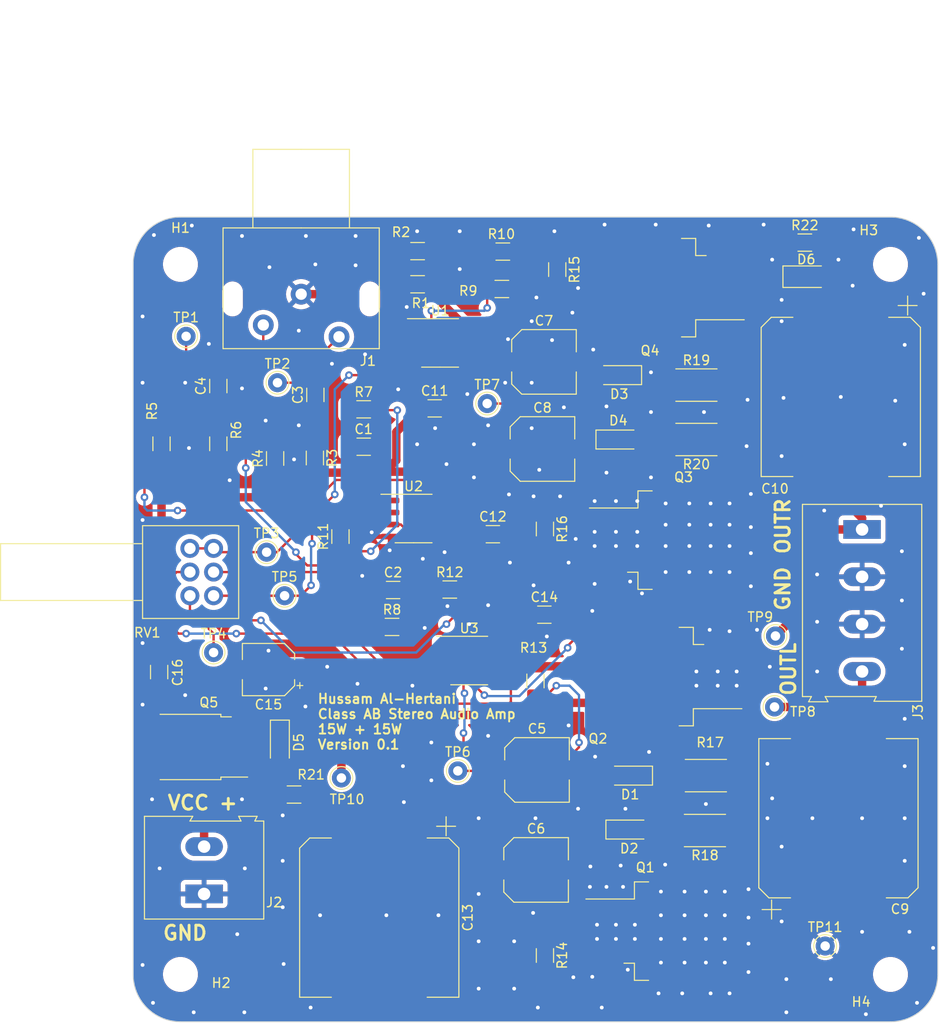
<source format=kicad_pcb>
(kicad_pcb (version 20221018) (generator pcbnew)
  (layers (0 "F.Cu" signal) (31 "B.Cu" signal) (34 "B.Paste" user) (35 "F.Paste" user) (36 "B.SilkS" user "B.Silkscreen") (37 "F.SilkS" user "F.Silkscreen") (38 "B.Mask" user) (39 "F.Mask" user) (44 "Edge.Cuts" user))
  (net 0 "")
  (net 1 "Net-(C1-Pad1)")
  (net 2 "GND")
  (net 3 "Net-(C2-Pad1)")
  (net 4 "Net-(U2A-+)")
  (net 5 "Net-(J1-IN1)")
  (net 6 "Net-(U2B-+)")
  (net 7 "Net-(J1-IN2)")
  (net 8 "Net-(U3A--)")
  (net 9 "Net-(D1-A)")
  (net 10 "Net-(D2-K)")
  (net 11 "Net-(U3B--)")
  (net 12 "Net-(D3-A)")
  (net 13 "Net-(D4-K)")
  (net 14 "/POWC")
  (net 15 "/POWD")
  (net 16 "/POWG")
  (net 17 "/POWH")
  (net 18 "VCC")
  (net 19 "Net-(D1-K)")
  (net 20 "Net-(D3-K)")
  (net 21 "Net-(D5-A)")
  (net 22 "Net-(D6-A)")
  (net 23 "/PWRIN")
  (net 24 "/POWB")
  (net 25 "/POWF")
  (net 26 "/POWA")
  (net 27 "/POWE")
  (net 28 "Net-(U1A-+)")
  (net 29 "Net-(U2A--)")
  (net 30 "Net-(U2B--)")
  (net 31 "Net-(U1B-+)")
  (net 32 "Net-(R11-Pad2)")
  (net 33 "Net-(R12-Pad2)")
  (net 34 "Net-(U3A-+)")
  (net 35 "VCC_DIV_2")
  (net 36 "Net-(U3B-+)")
  (net 37 "Net-(U1B--)")
  (footprint "LED_SMD:LED_1206_3216Metric_Pad1.42x1.75mm_HandSolder" (layer "F.Cu") (at 176.6 51.8)
    (fp_text reference "D6")
    (fp_text value "LED")
  )
  (footprint "TestPoint:TestPoint_THTPad_D2.0mm_Drill1.0mm" (layer "F.Cu") (at 173.35 89.75)
    (fp_text reference "TP9")
    (fp_text value "OUTL")
  )
  (footprint "Package_TO_SOT_SMD:TO-263-2" (layer "F.Cu") (at 163.275 120.925)
    (fp_text reference "Q1")
    (fp_text value "NJVMJB42CT4G")
  )
  (footprint "myparts:RCJ-2223" (layer "F.Cu") (at 123.25 53.65)
    (fp_text reference "J1")
    (fp_text value "Conn_Coaxial_x2")
  )
  (footprint "Resistor_SMD:R_1206_3216Metric_Pad1.30x1.75mm_HandSolder" (layer "F.Cu") (at 150.3 51.05 -90)
    (fp_text reference "R15")
    (fp_text value "3k")
  )
  (footprint "Package_TO_SOT_SMD:TO-263-2" (layer "F.Cu") (at 159.85 94.04 180)
    (fp_text reference "Q2")
    (fp_text value "NJVMJB41CT4G")
  )
  (footprint "TestPoint:TestPoint_THTPad_D2.0mm_Drill1.0mm" (layer "F.Cu") (at 139.8 104)
    (fp_text reference "TP6")
    (fp_text value "INR2")
  )
  (footprint "Resistor_SMD:R_1206_3216Metric_Pad1.30x1.75mm_HandSolder" (layer "F.Cu") (at 144.55 49.15 180)
    (fp_text reference "R10")
    (fp_text value "22k")
  )
  (footprint "Capacitor_SMD:C_1206_3216Metric_Pad1.33x1.80mm_HandSolder" (layer "F.Cu") (at 132.9625 84.895)
    (fp_text reference "C2")
    (fp_text value "1u")
  )
  (footprint "MountingHole:MountingHole_3.2mm_M3_ISO7380" (layer "F.Cu") (at 110.5 125.5)
    (fp_text reference "H2")
    (fp_text value "MountingHole")
  )
  (footprint "TestPoint:TestPoint_THTPad_D2.0mm_Drill1.0mm" (layer "F.Cu") (at 173.25 97.25)
    (fp_text reference "TP8")
    (fp_text value "OUTR")
  )
  (footprint "TestPoint:TestPoint_THTPad_D2.0mm_Drill1.0mm" (layer "F.Cu") (at 121.5 85.5)
    (fp_text reference "TP5")
    (fp_text value "INR1")
  )
  (footprint "Resistor_SMD:R_1206_3216Metric_Pad1.30x1.75mm_HandSolder" (layer "F.Cu") (at 144.45 53.1)
    (fp_text reference "R9")
    (fp_text value "22k")
  )
  (footprint "Resistor_SMD:R_1206_3216Metric_Pad1.30x1.75mm_HandSolder" (layer "F.Cu") (at 148 94.5 -90)
    (fp_text reference "R13")
    (fp_text value "3k")
  )
  (footprint "Resistor_SMD:R_1206_3216Metric_Pad1.30x1.75mm_HandSolder" (layer "F.Cu") (at 108.5 69.45 -90)
    (fp_text reference "R5")
    (fp_text value "22k")
  )
  (footprint "Capacitor_SMD:CP_Elec_16x17.5" (layer "F.Cu") (at 180.25 64.5 -90)
    (fp_text reference "C10")
    (fp_text value "1000u")
  )
  (footprint "Capacitor_SMD:CP_Elec_5x5.3" (layer "F.Cu") (at 119.8 93.3 180)
    (fp_text reference "C15")
    (fp_text value "10u")
  )
  (footprint "Diode_SMD:D_SOD-123" (layer "F.Cu") (at 156.85 62.2 180)
    (fp_text reference "D3")
    (fp_text value "1N4148W")
  )
  (footprint "TestPoint:TestPoint_THTPad_D2.0mm_Drill1.0mm" (layer "F.Cu") (at 111.1 58.1)
    (fp_text reference "TP1")
    (fp_text value "INL0")
  )
  (footprint "Diode_SMD:D_SOD-123" (layer "F.Cu") (at 121 101 -90)
    (fp_text reference "D5")
    (fp_text value "MMSZ52XXB")
  )
  (footprint "Capacitor_SMD:C_Elec_6.3x5.4" (layer "F.Cu") (at 148.7375 70)
    (fp_text reference "C8")
    (fp_text value "33u")
  )
  (footprint "Resistor_SMD:R_1206_3216Metric_Pad1.30x1.75mm_HandSolder" (layer "F.Cu") (at 124.7 70.95 -90)
    (fp_text reference "R3")
    (fp_text value "22k")
  )
  (footprint "Resistor_SMD:R_1206_3216Metric_Pad1.30x1.75mm_HandSolder" (layer "F.Cu") (at 122.5 106.5)
    (fp_text reference "R21")
    (fp_text value "100k")
  )
  (footprint "Resistor_SMD:R_1206_3216Metric_Pad1.30x1.75mm_HandSolder" (layer "F.Cu") (at 129.854128 65.81)
    (fp_text reference "R7")
    (fp_text value "10k")
  )
  (footprint "Capacitor_SMD:C_Elec_6.3x5.4" (layer "F.Cu") (at 148.1625 103.9)
    (fp_text reference "C5")
    (fp_text value "33u")
  )
  (footprint "Capacitor_SMD:C_1206_3216Metric_Pad1.33x1.80mm_HandSolder" (layer "F.Cu") (at 124.75 64.2875 90)
    (fp_text reference "C3")
    (fp_text value "1u")
  )
  (footprint "Capacitor_SMD:C_1206_3216Metric_Pad1.33x1.80mm_HandSolder" (layer "F.Cu") (at 129.854128 69.76)
    (fp_text reference "C1")
    (fp_text value "1u")
  )
  (footprint "Resistor_SMD:R_2512_6332Metric_Pad1.40x3.35mm_HandSolder" (layer "F.Cu") (at 165 69 180)
    (fp_text reference "R20")
    (fp_text value "1")
  )
  (footprint "Resistor_SMD:R_1206_3216Metric_Pad1.30x1.75mm_HandSolder" (layer "F.Cu") (at 135.55 52.6)
    (fp_text reference "R1")
    (fp_text value "22k")
  )
  (footprint "Capacitor_SMD:CP_Elec_16x17.5" (layer "F.Cu") (at 180 109 90)
    (fp_text reference "C9")
    (fp_text value "1000u")
  )
  (footprint "Resistor_SMD:R_1206_3216Metric_Pad1.30x1.75mm_HandSolder" (layer "F.Cu") (at 127.4 79.25 90)
    (fp_text reference "R11")
    (fp_text value "100k")
  )
  (footprint "Resistor_SMD:R_2512_6332Metric_Pad1.40x3.35mm_HandSolder" (layer "F.Cu") (at 166 104.5)
    (fp_text reference "R17")
    (fp_text value "1")
  )
  (footprint "Package_SO:SOIC-8_3.9x4.9mm_P1.27mm" (layer "F.Cu") (at 141 92.345)
    (fp_text reference "U3")
    (fp_text value "NE5532")
  )
  (footprint "Resistor_SMD:R_1206_3216Metric_Pad1.30x1.75mm_HandSolder" (layer "F.Cu") (at 176.45 48.2)
    (fp_text reference "R22")
    (fp_text value "2.4k")
  )
  (footprint "Package_TO_SOT_SMD:TO-263-2" (layer "F.Cu") (at 163.65 79.625)
    (fp_text reference "Q3")
    (fp_text value "NJVMJB42CT4G")
  )
  (footprint "Resistor_SMD:R_1206_3216Metric_Pad1.30x1.75mm_HandSolder" (layer "F.Cu") (at 138.95 84.845)
    (fp_text reference "R12")
    (fp_text value "100k")
  )
  (footprint "Resistor_SMD:R_1206_3216Metric_Pad1.30x1.75mm_HandSolder" (layer "F.Cu") (at 120.5 71 90)
    (fp_text reference "R4")
    (fp_text value "22k")
  )
  (footprint "Diode_SMD:D_SOD-123" (layer "F.Cu") (at 157.8 110.2)
    (fp_text reference "D2")
    (fp_text value "1N4148W")
  )
  (footprint "Capacitor_SMD:C_1206_3216Metric_Pad1.33x1.80mm_HandSolder" (layer "F.Cu") (at 108.25 93.5625 -90)
    (fp_text reference "C16")
    (fp_text value "1u")
  )
  (footprint "Capacitor_SMD:CP_Elec_16x17.5" (layer "F.Cu") (at 131.5 119.5 -90)
    (fp_text reference "C13")
    (fp_text value "1000u")
  )
  (footprint "TestPoint:TestPoint_THTPad_D2.0mm_Drill1.0mm" (layer "F.Cu") (at 127.5 104.75)
    (fp_text reference "TP10")
    (fp_text value "VCC")
  )
  (footprint "Capacitor_SMD:C_1206_3216Metric_Pad1.33x1.80mm_HandSolder" (layer "F.Cu") (at 137.354128 65.71)
    (fp_text reference "C11")
    (fp_text value "1u")
  )
  (footprint "Resistor_SMD:R_1206_3216Metric_Pad1.30x1.75mm_HandSolder" (layer "F.Cu") (at 149 123.5 -90)
    (fp_text reference "R14")
    (fp_text value "3k")
  )
  (footprint "TestPoint:TestPoint_THTPad_D2.0mm_Drill1.0mm" (layer "F.Cu") (at 142.9 65.2)
    (fp_text reference "TP7")
    (fp_text value "INL2")
  )
  (footprint "TestPoint:TestPoint_THTPad_D2.0mm_Drill1.0mm" (layer "F.Cu") (at 119.6 80.9)
    (fp_text reference "TP3")
    (fp_text value "VCC_DIV_2")
  )
  (footprint "myparts:PTD902-2015K-B103" (layer "F.Cu") (at 111.5 85.5 180)
    (fp_text reference "RV1")
    (fp_text value "10k")
  )
  (footprint "Resistor_SMD:R_1206_3216Metric_Pad1.30x1.75mm_HandSolder" (layer "F.Cu") (at 114.5 69.45 90)
    (fp_text reference "R6")
    (fp_text value "22k")
  )
  (footprint "TerminalBlock:TerminalBlock_Altech_AK300-2_P5.00mm" (layer "F.Cu") (at 113 117 90)
    (fp_text reference "J2")
    (fp_text value "Screw_Terminal_01x02")
  )
  (footprint "Diode_SMD:D_SOD-123" (layer "F.Cu") (at 158 104.5 180)
    (fp_text reference "D1")
    (fp_text value "1N4148W")
  )
  (footprint "Capacitor_SMD:C_1206_3216Metric_Pad1.33x1.80mm_HandSolder" (layer "F.Cu") (at 148.9375 87.5)
    (fp_text reference "C14")
    (fp_text value "1u")
  )
  (footprint "TestPoint:TestPoint_THTPad_D2.0mm_Drill1.0mm" (layer "F.Cu") (at 120.75 63)
    (fp_text reference "TP2")
    (fp_text value "INR0")
  )
  (footprint "Capacitor_SMD:C_Elec_6.3x5.4" (layer "F.Cu") (at 148.9 60.8)
    (fp_text reference "C7")
    (fp_text value "33u")
  )
  (footprint "TerminalBlock:TerminalBlock_Altech_AK300-4_P5.00mm" (layer "F.Cu") (at 182.5 78.5 -90)
    (fp_text reference "J3")
    (fp_text value "Screw_Terminal_01x04")
  )
  (footprint "MountingHole:MountingHole_3.2mm_M3_ISO7380" (layer "F.Cu") (at 185.5 125.5)
    (fp_text reference "H4")
    (fp_text value "MountingHole")
  )
  (footprint "Resistor_SMD:R_2512_6332Metric_Pad1.40x3.35mm_HandSolder" (layer "F.Cu") (at 165.9 110.3 180)
    (fp_text reference "R18")
    (fp_text value "1")
  )
  (footprint "Capacitor_SMD:C_1206_3216Metric_Pad1.33x1.80mm_HandSolder" (layer "F.Cu") (at 143.5 79)
    (fp_text reference "C12")
    (fp_text value "1u")
  )
  (footprint "TestPoint:TestPoint_THTPad_D2.0mm_Drill1.0mm" (layer "F.Cu") (at 114 91.5)
    (fp_text reference "TP4")
    (fp_text value "INL1")
  )
  (footprint "Resistor_SMD:R_1206_3216Metric_Pad1.30x1.75mm_HandSolder" (layer "F.Cu") (at 149 78.45 -90)
    (fp_text reference "R16")
    (fp_text value "3k")
  )
  (footprint "Resistor_SMD:R_1206_3216Metric_Pad1.30x1.75mm_HandSolder" (layer "F.Cu") (at 132.85 88.795)
    (fp_text reference "R8")
    (fp_text value "10k")
  )
  (footprint "MountingHole:MountingHole_3.2mm_M3_ISO7380" (layer "F.Cu") (at 110.5 50.5)
    (fp_text reference "H1")
    (fp_text value "MountingHole")
  )
  (footprint "Package_SO:SOIC-8_3.9x4.9mm_P1.27mm" (layer "F.Cu") (at 135.125 77.345)
    (fp_text reference "U2")
    (fp_text value "NE5532")
  )
  (footprint "Resistor_SMD:R_2512_6332Metric_Pad1.40x3.35mm_HandSolder" (layer "F.Cu") (at 165 63.25)
    (fp_text reference "R19")
    (fp_text value "1")
  )
  (footprint "Package_SO:SOIC-8_3.9x4.9mm_P1.27mm" (layer "F.Cu") (at 137.925 58.795)
    (fp_text reference "U1")
    (fp_text value "NE5532")
  )
  (footprint "Diode_SMD:D_SOD-123" (layer "F.Cu") (at 156.75 69)
    (fp_text reference "D4")
    (fp_text value "1N4148W")
  )
  (footprint "Capacitor_SMD:C_1206_3216Metric_Pad1.33x1.80mm_HandSolder" (layer "F.Cu") (at 114.5 63.35 90)
    (fp_text reference "C4")
    (fp_text value "1u")
  )
  (footprint "Capacitor_SMD:C_Elec_6.3x5.4" (layer "F.Cu") (at 148.065 114.46)
    (fp_text reference "C6")
    (fp_text value "33u")
  )
  (footprint "TestPoint:TestPoint_THTPad_D2.0mm_Drill1.0mm" (layer "F.Cu") (at 178.6 122.5)
    (fp_text reference "TP11")
    (fp_text value "GND")
  )
  (footprint "Resistor_SMD:R_1206_3216Metric_Pad1.30x1.75mm_HandSolder" (layer "F.Cu") (at 135.55 49.1 180)
    (fp_text reference "R2")
    (fp_text value "22k")
  )
  (footprint "Package_TO_SOT_SMD:TO-252-2" (layer "F.Cu") (at 111.46 101.475 180)
    (fp_text reference "Q5")
    (fp_text value "DMP6180SK3")
  )
  (footprint "MountingHole:MountingHole_3.2mm_M3_ISO7380" (layer "F.Cu") (at 185.5 50.5)
    (fp_text reference "H3")
    (fp_text value "MountingHole")
  )
  (footprint "Package_TO_SOT_SMD:TO-263-2" (layer "F.Cu") (at 160.1 52.96 180)
    (fp_text reference "Q4")
    (fp_text value "NJVMJB41CT4G")
  )
  (gr_arc (start 110.5 130.5) (mid 106.964466 129.035534) (end 105.5 125.5) (stroke (width 0.1)) (layer "Edge.Cuts"))
  (gr_line (start 105.5 125.5) (end 105.5 50.5) (stroke (width 0.1)) (layer "Edge.Cuts"))
  (gr_arc (start 185.5 45.5) (mid 189.035534 46.964466) (end 190.5 50.5) (stroke (width 0.1)) (layer "Edge.Cuts"))
  (gr_line (start 190.5 50.5) (end 190.5 125.5) (stroke (width 0.1)) (layer "Edge.Cuts"))
  (gr_arc (start 190.5 125.5) (mid 189.035534 129.035534) (end 185.5 130.5) (stroke (width 0.1)) (layer "Edge.Cuts"))
  (gr_arc (start 105.5 50.5) (mid 106.964466 46.964466) (end 110.5 45.5) (stroke (width 0.1)) (layer "Edge.Cuts"))
  (gr_line (start 110.5 45.5) (end 185.5 45.5) (stroke (width 0.1)) (layer "Edge.Cuts"))
  (gr_line (start 185.5 130.5) (end 110.5 130.5) (stroke (width 0.1)) (layer "Edge.Cuts"))
  (gr_text "VCC +" (at 109 108.25) (layer "F.SilkS") (effects (font (size 1.5 1.5) (thickness 0.3) bold) (justify left bottom)))
  (gr_text "GND" (at 108.5 122) (layer "F.SilkS") (effects (font (size 1.5 1.5) (thickness 0.3) bold) (justify left bottom)))
  (gr_text "Hussam Al-Hertani\nClass AB Stereo Audio Amp\n15W + 15W\nVersion 0.1" (at 124.9 101.8) (layer "F.SilkS") (effects (font (size 1 1) (thickness 0.2) bold) (justify left bottom)))
  (gr_text "OUTL\n" (at 175.6 96.2 90) (layer "F.SilkS") (effects (font (size 1.5 1.5) (thickness 0.3) bold) (justify left bottom)))
  (gr_text "GND" (at 175 87.25 90) (layer "F.SilkS") (effects (font (size 1.5 1.5) (thickness 0.3) bold) (justify left bottom)))
  (gr_text "OUTR\n" (at 175 81.25 90) (layer "F.SilkS") (effects (font (size 1.5 1.5) (thickness 0.3) bold) (justify left bottom)))
  (segment (start 128.304128 69.7475) (end 128.291628 69.76) (width 0.25) (layer "F.Cu") (net 1))
  (segment (start 128.304128 65.81) (end 128.304128 69.7475) (width 0.25) (layer "F.Cu") (net 1))
  (segment (start 135.45 60.7) (end 133.2 60.7) (width 0.889) (layer "F.Cu") (net 2))
  (segment (start 126.15 53.65) (end 123.25 53.65) (width 0.889) (layer "F.Cu") (net 2))
  (segment (start 133.2 60.7) (end 126.15 53.65) (width 0.889) (layer "F.Cu") (net 2))
  (via (at 117.3 114.3) (size 0.8) (drill 0.4) (layers "F.Cu" "B.Cu") (net 2))
  (via (at 117 63.6) (size 0.8) (drill 0.4) (layers "F.Cu" "B.Cu") (net 2))
  (via (at 163.75 124.25) (size 0.8) (drill 0.4) (layers "F.Cu" "B.Cu") (net 2))
  (via (at 163.5 127.5) (size 0.8) (drill 0.4) (layers "F.Cu" "B.Cu") (net 2))
  (via (at 181.5 52.75) (size 0.8) (drill 0.4) (layers "F.Cu" "B.Cu") (net 2))
  (via (at 140 47) (size 0.8) (drill 0.4) (layers "F.Cu" "B.Cu") (net 2))
  (via (at 161 127.5) (size 0.8) (drill 0.4) (layers "F.Cu" "B.Cu") (net 2))
  (via (at 140.8 64.2) (size 0.8) (drill 0.4) (layers "F.Cu" "B.Cu") (net 2))
  (via (at 160.2 73) (size 0.8) (drill 0.4) (layers "F.Cu" "B.Cu") (net 2))
  (via (at 170.5 119.5) (size 0.8) (drill 0.4) (layers "F.Cu" "B.Cu") (net 2))
  (via (at 181.6 46.8) (size 0.8) (drill 0.4) (layers "F.Cu" "B.Cu") (net 2))
  (via (at 157.25 116.25) (size 0.8) (drill 0.4) (layers "F.Cu" "B.Cu") (net 2))
  (via (at 164.25 75.75) (size 0.8) (drill 0.4) (layers "F.Cu" "B.Cu") (net 2))
  (via (at 152.5 108) (size 0.8) (drill 0.4) (layers "F.Cu" "B.Cu") (net 2))
  (via (at 177.75 88.25) (size 0.8) (drill 0.4) (layers "F.Cu" "B.Cu") (net 2))
  (via (at 111.7 46.4) (size 0.8) (drill 0.4) (layers "F.Cu" "B.Cu") (net 2))
  (via (at 111 96) (size 0.8) (drill 0.4) (layers "F.Cu" "B.Cu") (net 2))
  (via (at 190 122.7) (size 0.8) (drill 0.4) (layers "F.Cu" "B.Cu") (net 2))
  (via (at 171.4 89.1) (size 0.8) (drill 0.4) (layers "F.Cu" "B.Cu") (net 2))
  (via (at 161.75 83) (size 0.8) (drill 0.4) (layers "F.Cu" "B.Cu") (net 2))
  (via (at 158.5 120.25) (size 0.8) (drill 0.4) (layers "F.Cu" "B.Cu") (net 2))
  (via (at 187 103.5) (size 0.8) (drill 0.4) (layers "F.Cu" "B.Cu") (net 2))
  (via (at 136.1 81.6) (size 0.8) (drill 0.4) (layers "F.Cu" "B.Cu") (net 2))
  (via (at 180.25 64.5) (size 0.8) (drill 0.4) (layers "F.Cu" "B.Cu") (net 2))
  (via (at 170.75 74.75) (size 0.8) (drill 0.4) (layers "F.Cu" "B.Cu") (net 2))
  (via (at 166 124.25) (size 0.8) (drill 0.4) (layers "F.Cu" "B.Cu") (net 2))
  (via (at 172.5 109) (size 0.8) (drill 0.4) (layers "F.Cu" "B.Cu") (net 2))
  (via (at 182.5 121) (size 0.8) (drill 0.4) (layers "F.Cu" "B.Cu") (net 2))
  (via (at 143 100.3) (size 0.8) (drill 0.4) (layers "F.Cu" "B.Cu") (net 2))
  (via (at 161.75 75.75) (size 0.8) (drill 0.4) (layers "F.Cu" "B.Cu") (net 2))
  (via (at 154.1 59.5) (size 0.8) (drill 0.4) (layers "F.Cu" "B.Cu") (net 2))
  (via (at 119.5 67) (size 0.8) (drill 0.4) (layers "F.Cu" "B.Cu") (net 2))
  (via (at 152 125.8) (size 0.8) (drill 0.4) (layers "F.Cu" "B.Cu") (net 2))
  (via (at 180 50) (size 0.8) (drill 0.4) (layers "F.Cu" "B.Cu") (net 2))
  (via (at 156.5 80.25) (size 0.8) (drill 0.4) (layers "F.Cu" "B.Cu") (net 2))
  (via (at 170.5 122.25) (size 0.8) (drill 0.4) (layers "F.Cu" "B.Cu") (net 2))
  (via (at 135 95) (size 0.8) (drill 0.4) (layers "F.Cu" "B.Cu") (net 2))
  (via (at 149.75 58.5) (size 0.8) (drill 0.4) (layers "F.Cu" "B.Cu") (net 2))
  (via (at 168.5 78) (size 0.8) (drill 0.4) (layers "F.Cu" "B.Cu") (net 2))
  (via (at 187 98.5) (size 0.8) (drill 0.4) (layers "F.Cu" "B.Cu") (net 2))
  (via (at 165 95) (size 0.8) (drill 0.4) (layers "F.Cu" "B.Cu") (net 2))
  (via (at 164.25 83) (size 0.8) (drill 0.4) (layers "F.Cu" "B.Cu") (net 2))
  (via (at 148.4 72.2) (size 0.8) (drill 0.4) (layers "F.Cu" "B.Cu") (net 2))
  (via (at 126.5 61) (size 0.8) (drill 0.4) (layers "F.Cu" "B.Cu") (net 2))
  (via (at 187 59) (size 0.8) (drill 0.4) (layers "F.Cu" "B.Cu") (net 2))
  (via (at 106.5 124.5) (size 0.8) (drill 0.4) (layers "F.Cu" "B.Cu") (net 2))
  (via (at 143 67.5) (size 0.8) (drill 0.4) (layers "F.Cu" "B.Cu") (net 2))
  (via (at 151.9 55.6) (size 0.8) (drill 0.4) (layers "F.Cu" "B.Cu") (net 2))
  (via (at 157.75 125) (size 0.8) (drill 0.4) (layers "F.Cu" "B.Cu") (net 2))
  (via (at 168 119.25) (size 0.8) (drill 0.4) (layers "F.Cu" "B.Cu") (net 2))
  (via (at 125.25 119.25) (size 0.8) (drill 0.4) (layers "F.Cu" "B.Cu") (net 2))
  (via (at 167.25 95) (size 0.8) (drill 0.4) (layers "F.Cu" "B.Cu") (net 2))
  (via (at 106.5 97) (size 0.8) (drill 0.4) (layers "F.Cu" "B.Cu") (net 2))
  (via (at 147.6 67.8) (size 0.8) (drill 0.4) (layers "F.Cu" "B.Cu") (net 2))
  (via (at 187 69.5) (size 0.8) (drill 0.4) (layers "F.Cu" "B.Cu") (net 2))
  (via (at 161.75 80.25) (size 0.8) (drill 0.4) (layers "F.Cu" "B.Cu") (net 2))
  (via (at 167.25 93.5) (size 0.8) (drill 0.4) (layers "F.Cu" "B.Cu") (net 2))
  (via (at 170.75 84.5) (size 0.8) (drill 0.4) (layers "F.Cu" "B.Cu") (net 2))
  (via (at 158.75 75.5) (size 0.8) (drill 0.4) (layers "F.Cu" "B.Cu") (net 2))
  (via (at 117 107) (size 0.8) (drill 0.4) (layers "F.Cu" "B.Cu") (net 2))
  (via (at 166.5 127.5) (size 0.8) (drill 0.4) (layers "F.Cu" "B.Cu") (net 2))
  (via (at 173 50) (size 0.8) (drill 0.4) (layers "F.Cu" "B.Cu") (net 2))
  (via (at 155.5 65.5) (size 0.8) (drill 0.4) (layers "F.Cu" "B.Cu") (net 2))
  (via (at 138.7 86.6) (size 0.8) (drill 0.4) (layers "F.Cu" "B.Cu") (net 2))
  (via (at 154.25 84.25) (size 0.8) (drill 0.4) (layers "F.Cu" "B.Cu") (net 2))
  (via (at 173 106.9) (size 0.8) (drill 0.4) (layers "F.Cu" "B.Cu") (net 2))
  (via (at 142 109) (size 0.8) (drill 0.4) (layers "F.Cu" "B.Cu") (net 2))
  (via (at 145.1 58.4) (size 0.8) (drill 0.4) (layers "F.Cu" "B.Cu") (net 2))
  (via (at 188.3 128.5) (size 0.8) (drill 0.4) (layers "F.Cu" "B.Cu") (net 2))
  (via (at 168.5 89.25) (size 0.8) (drill 0.4) (layers "F.Cu" "B.Cu") (net 2))
  (via (at 108.3 114.3) (size 0.8) (drill 0.4) (layers "F.Cu" "B.Cu") (net 2))
  (via (at 174 119.9) (size 0.8) (drill 0.4) (layers "F.Cu" "B.Cu") (net 2))
  (via (at 161.75 78) (size 0.8) (drill 0.4) (layers "F.Cu" "B.Cu") (net 2))
  (via (at 141.5 69.5) (size 0.8) (drill 0.4) (layers "F.Cu" "B.Cu") (net 2))
  (via (at 155.5 72.5) (size 0.8) (drill 0.4) (layers "F.Cu" "B.Cu") (net 2))
  (via (at 151.5 99.2) (size 0.8) (drill 0.4) (layers "F.Cu" "B.Cu") (net 2))
  (via (at 121.4 124.4) (size 0.8) (drill 0.4) (layers "F.Cu" "B.Cu") (net 2))
  (via (at 132.25 119.25) (size 0.8) (drill 0.4) (layers "F.Cu" "B.Cu") (net 2))
  (via (at 168 116.75) (size 0.8) (drill 0.4) (layers "F.Cu" "B.Cu") (net 2))
  (via (at 145.2 74.8) (size 0.8) (drill 0.4) (layers "F.Cu" "B.Cu") (net 2))
  (via (at 168.5 75.75) (size 0.8) (drill 0.4) (layers "F.Cu" "B.Cu") (net 2))
  (via (at 174.5 129.5) (size 0.8) (drill 0.4) (layers "F.Cu" "B.Cu") (net 2))
  (via (at 141.5 73) (size 0.8) (drill 0.4) (layers "F.Cu" "B.Cu") (net 2))
  (via (at 165.8 66.1) (size 0.8) (drill 0.4) (layers "F.Cu" "B.Cu") (net 2))
  (via (at 186.7 86) (size 0.8) (drill 0.4) (layers "F.Cu" "B.Cu") (net 2))
  (via (at 106.5 77.5) (size 0.8) (drill 0.4) (layers "F.Cu" "B.Cu") (net 2))
  (via (at 168 124.25) (size 0.8) (drill 0.4) (layers "F.Cu" "B.Cu") (net 2))
  (via (at 147.75 119) (size 0.8) (drill 0.4) (layers "F.Cu" "B.Cu") (net 2))
  (via (at 161.25 121.75) (size 0.8) (drill 0.4) (layers "F.Cu" "B.Cu") (net 2))
  (via (at 163.75 116.75) (size 0.8) (drill 0.4) (layers "F.Cu" "B.Cu") (net 2))
  (via (at 130 60) (size 0.8) (drill 0.4) (layers "F.Cu" "B.Cu") (net 2))
  (via (at 135.5 69.5) (size 0.8) (drill 0.4) (layers "F.Cu" "B.Cu") (net 2))
  (via (at 154.5 121.75) (size 0.8) (drill 0.4) (layers "F.Cu" "B.Cu") (net 2))
  (via (at 136.3 88.9) (size 0.8) (drill 0.4) (layers "F.Cu" "B.Cu") (net 2))
  (via (at 160.2 61.9) (size 0.8) (drill 0.4) (layers "F.Cu" "B.Cu") (net 2))
  (via (at 137.75 119.25) (size 0.8) (drill 0.4) (layers "F.Cu" "B.Cu") (net 2))
  (via (at 168.5 127.5) (size 0.8) (drill 0.4) (layers "F.Cu" "B.Cu") (net 2))
  (via (at 168.5 80.25) (size 0.8) (drill 0.4) (layers "F.Cu" "B.Cu") (net 2))
  (via (at 166 121.75) (size 0.8) (drill 0.4) (layers "F.Cu" "B.Cu") (net 2))
  (via (at 153.75 116.25) (size 0.8) (drill 0.4) (layers "F.Cu" "B.Cu") (net 2))
  (via (at 123 57.5) (size 0.8) (drill 0.4) (layers "F.Cu" "B.Cu") (net 2))
  (via (at 166 107.5) (size 0.8) (drill 0.4) (layers "F.Cu" "B.Cu") (net 2))
  (via (at 160.2 66.1) (size 0.8) (drill 0.4) (layers "F.Cu" "B.Cu") (net 2))
  (via (at 186.7 91.1) (size 0.8) (drill 0.4) (layers "F.Cu" "B.Cu") (net 2))
  (via (at 148 109) (size 0.8) (drill 0.4) (layers "F.Cu" "B.Cu") (net 2))
  (via (at 121.3 108.7) (size 0.8) (drill 0.4) (layers "F.Cu" "B.Cu") (net 2))
  (via (at 121.3 113.5) (size 0.8) (drill 0.4) (layers "F.Cu" "B.Cu") (net 2))
  (via (at 134.1 107.3) (size 0.8) (drill 0.4) (layers "F.Cu" "B.Cu") (net 2))
  (via (at 154.5 120.25) (size 0.8) (drill 0.4) (layers "F.Cu" "B.Cu") (net 2))
  (via (at 145.75 122) (size 0.8) (drill 0.4) (layers "F.Cu" "B.Cu") (net 2))
  (via (at 153.8 114.1) (size 0.8) (drill 0.4) (layers "F.Cu" "B.Cu") (net 2))
  (via (at 172.75 93) (size 0.8) (drill 0.4) (layers "F.Cu" "B.Cu") (net 2))
  (via (at 164.25 80.25) (size 0.8) (drill 0.4) (layers "F.Cu" "B.Cu") (net 2))
  (via (at 169.25 95) (size 0.8) (drill 0.4) (layers "F.Cu" "B.Cu") (net 2))
  (via (at 143 86.5) (size 0.8) (drill 0.4) (layers "F.Cu" "B.Cu") (net 2))
  (via (at 123 67.5) (size 0.8) (drill 0.4) (layers "F.Cu" "B.Cu") (net 2))
  (via (at 137.4 67.8) (size 0.8) (drill 0.4) (layers "F.Cu" "B.Cu") (net 2))
  (via (at 161.25 116.75) (size 0.8) (drill 0.4) (layers "F.Cu" "B.Cu") (net 2))
  (via (at 161.7 113.9) (size 0.8) (drill 0.4) (layers "F.Cu" "B.Cu") (net 2))
  (via (at 156.5 78.75) (size 0.8) (drill 0.4) (layers "F.Cu" "B.Cu") (net 2))
  (via (at 177.25 109) (size 0.8) (drill 0.4) (layers "F.Cu" "B.Cu") (net 2))
  (via (at 170.5 125.25) (size 0.8) (drill 0.4) (layers "F.Cu" "B.Cu") (net 2))
  (via (at 166.5 83) (size 0.8) (drill 0.4) (layers "F.Cu" "B.Cu") (net 2))
  (via (at 154.3 102.5) (size 0.8) (drill 0.4) (layers "F.Cu" "B.Cu") (net 2))
  (via (at 119.9 50.8) (size 0.8) (drill 0.4) (layers "F.Cu" "B.Cu") (net 2))
  (via (at 168 121.75) (size 0.8) (drill 0.4) (layers "F.Cu" "B.Cu") (net 2))
  (via (at 154 125.75) (size 0.8) (drill 0.4) (layers "F.Cu" "B.Cu") (net 2))
  (via (at 129.7 83.4) (size 0.8) (drill 0.4) (layers "F.Cu" "B.Cu") (net 2))
  (via (at 124.75 50.5) (size 0.8) (drill 0.4) (layers "F.Cu" "B.Cu") (net 2))
  (via (at 142 117) (size 0.8) (drill 0.4) (layers "F.Cu" "B.Cu") (net 2))
  (via (at 187 109) (size 0.8) (drill 0.4) (layers "F.Cu" "B.Cu") (net 2))
  (via (at 182.5 109) (size 0.8) (drill 0.4) (layers "F.Cu" "B.Cu") (net 2))
  (via (at 130.7 78.8) (size 0.8) (drill 0.4) (layers "F.Cu" "B.Cu") (net 2))
  (via (at 147.6 63) (size 0.8) (drill 0.4) (layers "F.Cu" "B.Cu") (net 2))
  (via (at 170.4 64.8) (size 0.8) (drill 0.4) (layers "F.Cu" "B.Cu") (net 2))
  (via (at 170.75 78.25) (size 0.8) (drill 0.4) (layers "F.Cu" "B.Cu") (net 2))
  (via (at 111 63) (size 0.8) (drill 0.4) (layers "F.Cu" "B.Cu") (net 2))
  (via (at 123.7 97.2) (size 0.8) (drill 0.4) (layers "F.Cu" "B.Cu") (net 2))
  (via (at 174.2 64.6) (size 0.8) (drill 0.4) (layers "F.Cu" "B.Cu") (net 2))
  (via (at 164.25 78) (size 0.8) (drill 0.4) (layers "F.Cu" "B.Cu") (net 2))
  (via (at 119.5 95.3) (size 0.8) (drill 0.4) (layers "F.Cu" "B.Cu") (net 2))
  (via (at 189 53.6) (size 0.8) (drill 0.4) (layers "F.Cu" "B.Cu") (net 2))
  (via (at 170.3 69.7) (size 0.8) (drill 0.4) (layers "F.Cu" "B.Cu") (net 2))
  (via (at 166.4 89.1) (size 0.8) (drill 0.4) (layers "F.Cu" "B.Cu") (net 2))
  (via (at 148.25 129) (size 0.8) (drill 0.4) (layers "F.Cu" "B.Cu") (net 2))
  (via (at 172.1 46.3) (size 0.8) (drill 0.4) (layers "F.Cu" "B.Cu") (net 2))
  (via (at 187 113.5) (size 0.8) (drill 0.4) (layers "F.Cu" "B.Cu") (net 2))
  (via (at 157.5 108) (size 0.8) (drill 0.4) (layers "F.Cu" "B.Cu") (net 2))
  (via (at 166 119.25) (size 0.8) (drill 0.4) (layers "F.Cu" "B.Cu") (net 2))
  (via (at 166.5 80.25) (size 0.8) (drill 0.4) (layers "F.Cu" "B.Cu") (net 2))
  (via (at 147.6 56.5) (size 0.8) (drill 0.4) (layers "F.Cu" "B.Cu") (net 2))
  (via (at 188.5 47.7) (size 0.8) (drill 0.4) (layers "F.Cu" "B.Cu") (net 2))
  (via (at 116.5 121.25) (size 0.8) (drill 0.4) (layers "F.Cu" "B.Cu") (net 2))
  (via (at 182.9 129.7) (size 0.8) (drill 0.4) (layers "F.Cu" "B.Cu") (net 2))
  (via (at 111.9 129.5) (size 0.8) (drill 0.4) (layers "F.Cu" "B.Cu") (net 2))
  (via (at 186.7 80.8) (size 0.8) (drill 0.4) (layers "F.Cu" "B.Cu") (net 2))
  (via (at 163.75 121.75) (size 0.8) (drill 0.4) (layers "F.Cu" "B.Cu") (net 2))
  (via (at 107.5 107) (size 0.8) (drill 0.4) (layers "F.Cu" "B.Cu") (net 2))
  (via (at 149.2 89.8) (size 0.8) (drill 0.4) (layers "F.Cu" "B.Cu") (net 2))
  (via (at 148.1 54) (size 0.8) (drill 0.4) (layers "F.Cu" "B.Cu") (net 2))
  (via (at 154.25 75.5) (size 0.8) (drill 0.4) (layers "F.Cu" "B.Cu") (net 2))
  (via (at 134.4 55) (size 0.8) (drill 0.4) (layers "F.Cu" "B.Cu") (net 2))
  (via (at 124.25 129) (size 0.8) (drill 0.4) (layers "F.Cu" "B.Cu") (net 2))
  (via (at 106.5 56) (size 0.8) (drill 0.4) (layers "F.Cu" "B.Cu") (net 2))
  (via (at 159.25 85.25) (size 0.8) (drill 0.4) (layers "F.Cu" "B.Cu") (net 2))
  (via (at 161.25 124.25) (size 0.8) (drill 0.4) (layers "F.Cu" "B.Cu") (net 2))
  (via (at 151 65.6) (size 0.8) (drill 0.4) (layers "F.Cu" "B.Cu") (net 2))
  (via (at 117 47.5) (size 0.8) (drill 0.4) (layers "F.Cu" "B.Cu") (net 2))
  (via (at 141 88.5) (size 0.8) (drill 0.4) (layers "F.Cu" "B.Cu") (net 2))
  (via (at 106.5 90.5) (size 0.8) (drill 0.4) (layers "F.Cu" "B.Cu") (net 2))
  (via (at 145.75 127) (size 0.8) (drill 0.4) (layers "F.Cu" "B.Cu") (net 2))
  (via (at 161.25 119.25) (size 0.8) (drill 0.4) (layers "F.Cu" "B.Cu") (net 2))
  (via (at 174.5 126) (size 0.8) (drill 0.4) (layers "F.Cu" "B.Cu") (net 2))
  (via (at 158.75 78.75) (size 0.8) (drill 0.4) (layers "F.Cu" "B.Cu") (net 2))
  (via (at 117.25 129.5) (size 0.8) (drill 0.4) (layers "F.Cu" "B.Cu") (net 2))
  (via (at 135.5 47) (size 0.8) (drill 0.4) (layers "F.Cu" "B.Cu") (net 2))
  (via (at 157 114) (size 0.8) (drill 0.4) (layers "F.Cu" "B.Cu") (net 2))
  (via (at 147.8 84.4) (size 0.8) (drill 0.4) (layers "F.Cu" "B.Cu") (net 2))
  (via (at 155.3 46.3) (size 0.8) (drill 0.4) (layers "F.Cu" "B.Cu") (net 2))
  (via (at 129 50.6) (size 0.8) (drill 0.4) (layers "F.Cu" "B.Cu") (net 2))
  (via (at 155 129) (size 0.8) (drill 0.4) (layers "F.Cu" "B.Cu") (net 2))
  (via (at 179.2 126) (size 0.8) (drill 0.4) (layers "F.Cu" "B.Cu") (net 2))
  (via (at 138.6 71.6) (size 0.8) (drill 0.4) (layers "F.Cu" "B.Cu") (net 2))
  (via (at 187.5 121) (size 0.8) (drill 0.4) (layers "F.Cu" "B.Cu") (net 2))
  (via (at 166 116.75) (size 0.8) (drill 0.4) (layers "F.Cu" "B.Cu") (net 2))
  (via (at 174 112) (size 0.8) (drill 0.4) (layers "F.Cu" "B.Cu") (net 2))
  (via (at 115.7 73.3) (size 0.8) (drill 0.4) (layers "F.Cu" "B.Cu") (net 2))
  (via (at 138.4 80.9) (size 0.8) (drill 0.4) (layers "F.Cu" "B.Cu") (net 2))
  (via (at 142 122) (size 0.8) (drill 0.4) (layers "F.Cu" "B.Cu") (net 2))
  (via (at 147.8 75) (size 0.8) (drill 0.4) (layers "F.Cu" "B.Cu") (net 2))
  (via (at 121.3 118.4) (size 0.8) (drill 0.4) (layers "F.Cu" "B.Cu") (net 2))
  (via (at 172.5 103.25) (size 0.8) (drill 0.4) (layers "F.Cu" "B.Cu") (net 2))
  (via (at 154.25 78.75) (size 0.8) (drill 0.4) (layers "F.Cu" "B.Cu") (net 2))
  (via (at 174 70.75) (size 0.8) (drill 0.4) (layers "F.Cu" "B.Cu") (net 2))
  (via (at 186 64.9) (size 0.8) (drill 0.4) (layers "F.Cu" "B.Cu") (net 2))
  (via (at 150.6 75) (size 0.8) (drill 0.4) (layers "F.Cu" "B.Cu") (net 2))
  (via (at 156.5 121.75) (size 0.8) (drill 0.4) (layers "F.Cu" "B.Cu") (net 2))
  (via (at 156.5 120.25) (size 0.8) (drill 0.4) (layers "F.Cu" "B.Cu") (net 2))
  (via (at 170.5 116.5) (size 0.8) (drill 0.4) (layers "F.Cu" "B.Cu") (net 2))
  (via (at 166.5 75.75) (size 0.8) (drill 0.4) (layers "F.Cu" "B.Cu") (net 2))
  (via (at 166.5 78) (size 0.8) (drill 0.4) (layers "F.Cu" "B.Cu") (net 2))
  (via (at 111.4 69.9) (size 0.8) (drill 0.4) (layers "F.Cu" "B.Cu") (net 2))
  (via (at 107.7 47.4) (size 0.8) (drill 0.4) (layers "F.Cu" "B.Cu") (net 2))
  (via (at 170.75 81) (size 0.8) (drill 0.4) (layers "F.Cu" "B.Cu") (net 2))
  (via (at 178.5 76.5) (size 0.8) (drill 0.4) (layers "F.Cu" "B.Cu") (net 2))
  (via (at 151.5 82) (size 0.8) (drill 0.4) (layers "F.Cu" "B.Cu") (net 2))
  (via (at 163.75 119.25) (size 0.8) (drill 0.4) (layers "F.Cu" "B.Cu") (net 2))
  (via (at 155.5 116.25) (size 0.8) (drill 0.4) (layers "F.Cu" "B.Cu") (net 2))
  (via (at 134 103.5) (size 0.8) (drill 0.4) (layers "F.Cu" "B.Cu") (net 2))
  (via (at 107.6 128.5) (size 0.8) (drill 0.4) (layers "F.Cu" "B.Cu") (net 2))
  (via (at 158.5 121.75) (size 0.8) (drill 0.4) (layers "F.Cu" "B.Cu") (net 2))
  (via (at 160 102) (size 0.8) (drill 0.4) (layers "F.Cu" "B.Cu") (net 2))
  (via (at 123.75 47.5) (size 0.8) (drill 0.4) (layers "F.Cu" "B.Cu") (net 2))
  (via (at 150 47) (size 0.8) (drill 0.4) (layers "F.Cu" "B.Cu") (net 2))
  (via (at 169.25 93.5) (size 0.8) (drill 0.4) (layers "F.Cu" "B.Cu") (net 2))
  (via (at 152.5 53) (size 0.8) (drill 0.4) (layers "F.Cu" "B.Cu") (net 2))
  (via (at 174 54.25) (size 0.8) (drill 0.4) (layers "F.Cu" "B.Cu") (net 2))
  (via (at 160.7 46.3) (size 0.8) (drill 0.4) (layers "F.Cu" "B.Cu") (net 2))
  (via (at 126 93) (size 0.8) (drill 0.4) (layers "F.Cu" "B.Cu") (net 2))
  (via (at 177.75 83.25) (size 0.8) (drill 0.4) (layers "F.Cu" "B.Cu") (net 2))
  (via (at 165 93.5) (size 0.8) (drill 0.4) (layers "F.Cu" "B.Cu") (net 2))
  (via (at 145.3 82) (size 0.8) (drill 0.4) (layers "F.Cu" "B.Cu") (net 2))
  (via (at 184.5 76) (size 0.8) (drill 0.4) (layers "F.Cu" "B.Cu") (net 2))
  (via (at 137 105) (size 0.8) (drill 0.4) (layers "F.Cu" "B.Cu") (net 2))
  (via (at 129 47.5) (size 0.8) (drill 0.4) (layers "F.Cu" "B.Cu") (net 2))
  (via (at 132.6 80.7) (size 0.8) (drill 0.4) (layers "F.Cu" "B.Cu") (net 2))
  (via (at 177.75 93.5) (size 0.8) (drill 0.4) (layers "F.Cu" "B.Cu") (net 2))
  (via (at 154.25 80.25) (size 0.8) (drill 0.4) (layers "F.Cu" "B.Cu") (net 2))
  (via (at 158.75 80.25) (size 0.8) (drill 0.4) (layers "F.Cu" "B.Cu") (net 2))
  (via (at 168.5 83) (size 0.8) (drill 0.4) (layers "F.Cu" "B.Cu") (net 2))
  (via (at 119.8 91.3) (size 0.8) (drill 0.4) (layers "F.Cu" "B.Cu") (net 2))
  (via (at 154 87.1) (size 0.8) (drill 0.4) (layers "F.Cu" "B.Cu") (net 2))
  (via (at 174 56.5) (size 0.8) (drill 0.4) (layers "F.Cu" "B.Cu") (net 2))
  (via (at 129.2 94.8) (size 0.8) (drill 0.4) (layers "F.Cu" "B.Cu") (net 2))
  (via (at 140 51) (size 0.8) (drill 0.4) (layers "F.Cu" "B.Cu") (net 2))
  (via (at 158 84) (size 0.8) (drill 0.4) (layers "F.Cu" "B.Cu") (net 2))
  (via (at 122.5 71.1) (size 0.8) (drill 0.4) (layers "F.Cu" "B.Cu") (net 2))
  (via (at 137 101) (size 0.8) (drill 0.4) (layers "F.Cu" "B.Cu") (net 2))
  (via (at 156.5 75.5) (size 0.8) (drill 0.4) (layers "F.Cu" "B.Cu") (net 2))
  (via (at 166.3 46.4) (size 0.8) (drill 0.4) (layers "F.Cu" "B.Cu") (net 2))
  (via (at 144.8 63) (size 0.8) (drill 0.4) (layers "F.Cu" "B.Cu") (net 2))
  (via (at 142 127) (size 0.8) (drill 0.4) (layers "F.Cu" "B.Cu") (net 2))
  (via (at 113.5 58.9) (size 0.8) (drill 0.4) (layers "F.Cu" "B.Cu") (net 2))
  (via (at 152.25 79.5) (size 0.8) (drill 0.4) (layers "F.Cu" "B.Cu") (net 2))
  (via (at 133.5 63.7) (size 0.8) (drill 0.4) (layers "F.Cu" "B.Cu") (net 2))
  (via (at 106.5 63) (size 0.8) (drill 0.4) (layers "F.Cu" "B.Cu") (net 2))
  (segment (start 131.4 88.695) (end 131.3 88.795) (width 0.25) (layer "F.Cu") (net 3))
  (segment (start 131.4 84.895) (end 131.4 88.695) (width 0.25) (layer "F.Cu") (net 3))
  (segment (start 123.9 82.3) (end 122.7 81.1) (width 0.25) (layer "F.Cu") (net 4))
  (segment (start 118.25 69.45) (end 120.5 69.45) (width 0.25) (layer "F.Cu") (net 4))
  (segment (start 124.7 69.4) (end 120.55 69.4) (width 0.25) (layer "F.Cu") (net 4))
  (segment (start 133.2 82.3) (end 123.9 82.3) (width 0.25) (layer "F.Cu") (net 4))
  (segment (start 124.75 65.85) (end 124.75 69.35) (width 0.25) (layer "F.Cu") (net 4))
  (segment (start 122.7 81.1) (end 122.7 80.9) (width 0.25) (layer "F.Cu") (net 4))
  (segment (start 134.6 80.9) (end 134.3 81.2) (width 0.25) (layer "F.Cu") (net 4))
  (segment (start 134.3 81.2) (end 133.2 82.3) (width 0.25) (layer "F.Cu") (net 4))
  (segment (start 132.65 77.98) (end 133.78 77.98) (width 0.25) (layer "F.Cu") (net 4))
  (segment (start 134.6 78.8) (end 134.6 80.9) (width 0.25) (layer "F.Cu") (net 4))
  (segment (start 120.55 69.4) (end 120.5 69.45) (width 0.25) (layer "F.Cu") (net 4))
  (segment (start 124.75 69.35) (end 124.7 69.4) (width 0.25) (layer "F.Cu") (net 4))
  (segment (start 133.78 77.98) (end 134.6 78.8) (width 0.25) (layer "F.Cu") (net 4))
  (segment (start 117.4 70.3) (end 118.25 69.45) (width 0.25) (layer "F.Cu") (net 4))
  (segment (start 117.4 72) (end 117.4 70.3) (width 0.25) (layer "F.Cu") (net 4))
  (via (at 122.7 80.9) (size 0.8) (drill 0.4) (layers "F.Cu" "B.Cu") (net 4))
  (via (at 117.4 72) (size 0.8) (drill 0.4) (layers "F.Cu" "B.Cu") (net 4))
  (segment (start 122.7 80.9) (end 117.4 75.6) (width 0.25) (layer "B.Cu") (net 4))
  (segment (start 117.4 75.6) (end 117.4 72) (width 0.25) (layer "B.Cu") (net 4))
  (segment (start 125.7 59.7) (end 125.7 59.6) (width 0.25) (layer "F.Cu") (net 5))
  (segment (start 124.75 62.725) (end 124.475 63) (width 0.25) (layer "F.Cu") (net 5))
  (segment (start 125.7 59.6) (end 125.8 59.6) (width 0.25) (layer "F.Cu") (net 5))
  (segment (start 125.8 59.6) (end 127.25 58.15) (width 0.25) (layer "F.Cu") (net 5))
  (segment (start 124.75 62.725) (end 124.75 60.65) (width 0.25) (layer "F.Cu") (net 5))
  (segment (start 124.475 63) (end 120.75 63) (width 0.25) (layer "F.Cu") (net 5))
  (segment (start 124.75 60.65) (end 125.7 59.7) (width 0.25) (layer "F.Cu") (net 5))
  (segment (start 110.2 76.5) (end 123.7 76.5) (width 0.25) (layer "F.Cu") (net 6))
  (segment (start 135.8 78.8) (end 136.25 79.25) (width 0.25) (layer "F.Cu") (net 6))
  (segment (start 114.5 64.9125) (end 114.5 67.9) (width 0.25) (layer "F.Cu") (net 6))
  (segment (start 114.5 67.9) (end 108.5 67.9) (width 0.25) (layer "F.Cu") (net 6))
  (segment (start 123.7 76.5) (end 126.9305 73.2695) (width 0.25) (layer "F.Cu") (net 6))
  (segment (start 134.0695 73.2695) (end 135.8 75) (width 0.25) (layer "F.Cu") (net 6))
  (segment (start 126.9305 73.2695) (end 134.0695 73.2695) (width 0.25) (layer "F.Cu") (net 6))
  (segment (start 108.5 67.9) (end 107.5 67.9) (width 0.25) (layer "F.Cu") (net 6))
  (segment (start 136.25 79.25) (end 137.6 79.25) (width 0.25) (layer "F.Cu") (net 6))
  (segment (start 107.5 67.9) (end 106.7 68.7) (width 0.25) (layer "F.Cu") (net 6))
  (segment (start 135.8 75) (end 135.8 78.8) (width 0.25) (layer "F.Cu") (net 6))
  (segment (start 106.7 68.7) (end 106.7 75.1) (width 0.25) (layer "F.Cu") (net 6))
  (via (at 106.7 75.1) (size 0.8) (drill 0.4) (layers "F.Cu" "B.Cu") (net 6))
  (via (at 110.2 76.5) (size 0.8) (drill 0.4) (layers "F.Cu" "B.Cu") (net 6))
  (segment (start 107 76.5) (end 110.2 76.5) (width 0.25) (layer "B.Cu") (net 6))
  (segment (start 106.7 76.2) (end 107 76.5) (width 0.25) (layer "B.Cu") (net 6))
  (segment (start 106.7 75.1) (end 106.7 76.2) (width 0.25) (layer "B.Cu") (net 6))
  (segment (start 111.1 58.1) (end 111.1 60.2) (width 0.25) (layer "F.Cu") (net 7))
  (segment (start 112.6875 61.7875) (end 114.5 61.7875) (width 0.25) (layer "F.Cu") (net 7))
  (segment (start 119.25 56.9) (end 119.25 59.15) (width 0.25) (layer "F.Cu") (net 7))
  (segment (start 119.25 59.15) (end 116.6125 61.7875) (width 0.25) (layer "F.Cu") (net 7))
  (segment (start 116.6125 61.7875) (end 114.5 61.7875) (width 0.25) (layer "F.Cu") (net 7))
  (segment (start 111.1 60.2) (end 112.6875 61.7875) (width 0.25) (layer "F.Cu") (net 7))
  (segment (start 145.625 103.9) (end 145.525 104) (width 0.25) (layer "F.Cu") (net 8))
  (segment (start 145.625 103.9) (end 145.625 114.3625) (width 0.25) (layer "F.Cu") (net 8))
  (segment (start 142.2 104) (end 139.8 104) (width 0.25) (layer "F.Cu") (net 8))
  (segment (start 138.525 90.44) (end 138.525 91.71) (width 0.25) (layer "F.Cu") (net 8))
  (segment (start 140.4 100) (end 140.4 102.2) (width 0.25) (layer "F.Cu") (net 8))
  (segment (start 140.4 92.3) (end 139.81 91.71) (width 0.25) (layer "F.Cu") (net 8))
  (segment (start 140.4 95.7) (end 140.5 95.8) (width 0.25) (layer "F.Cu") (net 8))
  (segment (start 139.81 91.71) (end 138.525 91.71) (width 0.25) (layer "F.Cu") (net 8))
  (segment (start 140.4 92.3) (end 140.4 95.7) (width 0.25) (layer "F.Cu") (net 8))
  (segment (start 140.4 102.2) (end 142.2 104) (width 0.25) (layer "F.Cu") (net 8))
  (segment (start 145.625 114.3625) (end 145.5275 114.46) (width 0.25) (layer "F.Cu") (net 8))
  (segment (start 145.525 104) (end 142.2 104) (width 0.25) (layer "F.Cu") (net 8))
  (via (at 140.4 100) (size 0.8) (drill 0.4) (layers "F.Cu" "B.Cu") (net 8))
  (via (at 140.5 95.8) (size 0.8) (drill 0.4) (layers "F.Cu" "B.Cu") (net 8))
  (segment (start 140.5 99.9) (end 140.4 100) (width 0.25) (layer "B.Cu") (net 8))
  (segment (start 140.5 95.8) (end 140.5 99.9) (width 0.25) (layer "B.Cu") (net 8))
  (segment (start 158.3 100.4) (end 156.35 102.35) (width 0.25) (layer "F.Cu") (net 9))
  (segment (start 167.5 96.58) (end 167.5 98) (width 0.25) (layer "F.Cu") (net 9))
  (segment (start 150.7 103.4) (end 150.7 103.9) (width 0.25) (layer "F.Cu") (net 9))
  (segment (start 167.5 98) (end 165.1 100.4) (width 0.25) (layer "F.Cu") (net 9))
  (segment (start 152.6 101.5) (end 150.7 103.4) (width 0.25) (layer "F.Cu") (net 9))
  (segment (start 165.1 100.4) (end 158.3 100.4) (width 0.25) (layer "F.Cu") (net 9))
  (segment (start 156.35 102.35) (end 156.35 104.5) (width 0.25) (layer "F.Cu") (net 9))
  (segment (start 149.15 96.05) (end 150.2 95) (width 0.25) (layer "F.Cu") (net 9))
  (segment (start 152.6 101) (end 152.6 101.5) (width 0.25) (layer "F.Cu") (net 9))
  (segment (start 156.35 104.5) (end 151.3 104.5) (width 0.25) (layer "F.Cu") (net 9))
  (segment (start 148 96.05) (end 149.15 96.05) (width 0.25) (layer "F.Cu") (net 9))
  (segment (start 151.3 104.5) (end 150.7 103.9) (width 0.25) (layer "F.Cu") (net 9))
  (via (at 150.2 95) (size 0.8) (drill 0.4) (layers "F.Cu" "B.Cu") (net 9))
  (via (at 152.6 101) (size 0.8) (drill 0.4) (layers "F.Cu" "B.Cu") (net 9))
  (segment (start 152.6 96) (end 152.6 101) (width 0.25) (layer "B.Cu") (net 9))
  (segment (start 150.2 95) (end 151.6 95) (width 0.25) (layer "B.Cu") (net 9))
  (segment (start 151.6 95) (end 152.6 96) (width 0.25) (layer "B.Cu") (net 9))
  (segment (start 150.6025 117.1025) (end 150.6025 114.46) (width 0.25) (layer "F.Cu") (net 10))
  (segment (start 149 121.95) (end 149 121.27) (width 0.25) (layer "F.Cu") (net 10))
  (segment (start 150.6025 112.7975) (end 150.6025 114.46) (width 0.25) (layer "F.Cu") (net 10))
  (segment (start 151.885 118.385) (end 150.6025 117.1025) (width 0.25) (layer "F.Cu") (net 10))
  (segment (start 155.625 118.385) (end 151.885 118.385) (width 0.25) (layer "F.Cu") (net 10))
  (segment (start 153.2 110.2) (end 150.6025 112.7975) (width 0.25) (layer "F.Cu") (net 10))
  (segment (start 156.15 110.2) (end 153.2 110.2) (width 0.25) (layer "F.Cu") (net 10))
  (segment (start 149 121.27) (end 151.885 118.385) (width 0.25) (layer "F.Cu") (net 10))
  (segment (start 146.2 70) (end 146.9 70.7) (width 0.25) (layer "F.Cu") (net 11))
  (segment (start 146.3625 66.8) (end 146.3625 69.8375) (width 0.25) (layer "F.Cu") (net 11))
  (segment (start 141.7 95.1) (end 141.7 93.4) (width 0.25) (layer "F.Cu") (net 11))
  (segment (start 143.475 92.98) (end 143.475 91.71) (width 0.25) (layer "F.Cu") (net 11))
  (segment (start 146.9 81.4) (end 152.4 86.9) (width 0.25) (layer "F.Cu") (net 11))
  (segment (start 152.4 89.8) (end 151.7 90.5) (width 0.25) (layer "F.Cu") (net 11))
  (segment (start 144.7625 65.2) (end 146.3625 66.8) (width 0.25) (layer "F.Cu") (net 11))
  (segment (start 152.4 86.9) (end 152.4 88.9) (width 0.25) (layer "F.Cu") (net 11))
  (segment (start 142.9 65.2) (end 144.7625 65.2) (width 0.25) (layer "F.Cu") (net 11))
  (segment (start 146.3625 60.8) (end 146.3625 66.8) (width 0.25) (layer "F.Cu") (net 11))
  (segment (start 152.4 88.9) (end 152.4 89.8) (width 0.25) (layer "F.Cu") (net 11))
  (segment (start 141.7 93.4) (end 142.12 92.98) (width 0.25) (layer "F.Cu") (net 11))
  (segment (start 142.6 96) (end 141.7 95.1) (width 0.25) (layer "F.Cu") (net 11))
  (segment (start 146.9 70.7) (end 146.9 81.4) (width 0.25) (layer "F.Cu") (net 11))
  (segment (start 151.7 90.5) (end 151.4 90.8) (width 0.25) (layer "F.Cu") (net 11))
  (segment (start 146.3625 69.8375) (end 146.2 70) (width 0.25) (layer "F.Cu") (net 11))
  (segment (start 142.12 92.98) (end 143.475 92.98) (width 0.25) (layer "F.Cu") (net 11))
  (segment (start 151.4 90.8) (end 151.4 91) (width 0.25) (layer "F.Cu") (net 11))
  (via (at 151.4 91) (size 0.8) (drill 0.4) (layers "F.Cu" "B.Cu") (net 11))
  (via (at 142.6 96) (size 0.8) (drill 0.4) (layers "F.Cu" "B.Cu") (net 11))
  (segment (start 142.7 96.1) (end 146.3 96.1) (width 0.25) (layer "B.Cu") (net 11))
  (segment (start 146.3 96.1) (end 151.4 91) (width 0.25) (layer "B.Cu") (net 11))
  (segment (start 142.6 96) (end 142.7 96.1) (width 0.25) (layer "B.Cu") (net 11))
  (segment (start 151.4375 57.7375) (end 151.4375 60.8) (width 0.25) (layer "F.Cu") (net 12))
  (segment (start 167.75 55.5) (end 167.75 56.35) (width 0.25) (layer "F.Cu") (net 12))
  (segment (start 152.8375 62.2) (end 151.4375 60.8) (width 0.25) (layer "F.Cu") (net 12))
  (segment (start 165.4 58.7) (end 161.2 58.7) (width 0.25) (layer "F.Cu") (net 12))
  (segment (start 150.3 52.6) (end 150.3 56.6) (width 0.25) (layer "F.Cu") (net 12))
  (segment (start 155.2 62.2) (end 152.8375 62.2) (width 0.25) (layer "F.Cu") (net 12))
  (segment (start 155.2 61) (end 155.2 62.2) (width 0.25) (layer "F.Cu") (net 12))
  (segment (start 155.9 60.3) (end 155.2 61) (width 0.25) (layer "F.Cu") (net 12))
  (segment (start 161.2 58.7) (end 159.6 60.3) (width 0.25) (layer "F.Cu") (net 12))
  (segment (start 167.75 56.35) (end 165.4 58.7) (width 0.25) (layer "F.Cu") (net 12))
  (segment (start 150.3 56.6) (end 151.4375 57.7375) (width 0.25) (layer "F.Cu") (net 12))
  (segment (start 159.6 60.3) (end 155.9 60.3) (width 0.25) (layer "F.Cu") (net 12))
  (segment (start 151.275 70) (end 151.275 71.725) (width 0.25) (layer "F.Cu") (net 13))
  (segment (start 151.275 71.725) (end 148.9 74.1) (width 0.25) (layer "F.Cu") (net 13))
  (segment (start 152.275 69) (end 155.1 69) (width 0.25) (layer "F.Cu") (net 13))
  (segment (start 149 74.2) (end 149 76.9) (width 0.25) (layer "F.Cu") (net 13))
  (segment (start 155.815 76.9) (end 149 76.9) (width 0.25) (layer "F.Cu") (net 13))
  (segment (start 148.9 74.1) (end 149 74.2) (width 0.25) (layer "F.Cu") (net 13))
  (segment (start 151.275 70) (end 152.275 69) (width 0.25) (layer "F.Cu") (net 13))
  (segment (start 156 77.085) (end 155.815 76.9) (width 0.25) (layer "F.Cu") (net 13))
  (segment (start 174.45 115.25) (end 169.5 110.3) (width 0.889) (layer "F.Cu") (net 14))
  (segment (start 169.05 104.5) (end 169.05 110.2) (width 0.889) (layer "F.Cu") (net 14))
  (segment (start 180 115.25) (end 174.45 115.25) (width 0.889) (layer "F.Cu") (net 14))
  (segment (start 169.5 110.3) (end 168.95 110.3) (width 0.889) (layer "F.Cu") (net 14))
  (segment (start 180 97.9) (end 180 102.75) (width 0.889) (layer "F.Cu") (net 15))
  (segment (start 173.25 97.25) (end 179.35 97.25) (width 0.889) (layer "F.Cu") (net 15))
  (segment (start 182.5 93.5) (end 182.5 95.4) (width 0.889) (layer "F.Cu") (net 15))
  (segment (start 182.5 95.4) (end 180 97.9) (width 0.889) (layer "F.Cu") (net 15))
  (segment (start 179.35 97.25) (end 180 97.9) (width 0.889) (layer "F.Cu") (net 15))
  (segment (start 180.25 58.25) (end 180.2 58.3) (width 0.889) (layer "F.Cu") (net 16))
  (segment (start 174.1 58.3) (end 169.15 63.25) (width 0.889) (layer "F.Cu") (net 16))
  (segment (start 168.05 63.25) (end 168.05 69) (width 0.889) (layer "F.Cu") (net 16))
  (segment (start 169.15 63.25) (end 168.05 63.25) (width 0.889) (layer "F.Cu") (net 16))
  (segment (start 180.2 58.3) (end 174.1 58.3) (width 0.889) (layer "F.Cu") (net 16))
  (segment (start 182.5 78.5) (end 182.5 77.3) (width 0.889) (layer "F.Cu") (net 17))
  (segment (start 180.25 75.05) (end 180.25 70.75) (width 0.889) (layer "F.Cu") (net 17))
  (segment (start 175 80.2) (end 176.7 78.5) (width 0.889) (layer "F.Cu") (net 17))
  (segment (start 173.35 89.75) (end 175 88.1) (width 0.889) (layer "F.Cu") (net 17))
  (segment (start 175 88.1) (end 175 80.2) (width 0.889) (layer "F.Cu") (net 17))
  (segment (start 182.5 77.3) (end 180.25 75.05) (width 0.889) (layer "F.Cu") (net 17))
  (segment (start 176.7 78.5) (end 182.5 78.5) (width 0.889) (layer "F.Cu") (net 17))
  (segment (start 131.5 106) (end 131.5 113.25) (width 0.889) (layer "F.Cu") (net 18))
  (segment (start 116.655 99.35) (end 116.5 99.195) (width 0.889) (layer "F.Cu") (net 18))
  (segment (start 174.9 48.2) (end 163.01 48.2) (width 0.889) (layer "F.Cu") (net 18))
  (segment (start 137.7 62.6) (end 135.791628 64.508372) (width 0.889) (layer "F.Cu") (net 18))
  (segment (start 133.3 68.201628) (end 133.3 71.2) (width 0.889) (layer "F.Cu") (net 18))
  (segment (start 133.3 71.2) (end 132 72.5) (width 0.889) (layer "F.Cu") (net 18))
  (segment (start 143.2 56.89) (end 143.2 61.1) (width 0.889) (layer "F.Cu") (net 18))
  (segment (start 143.475 90.44) (end 143.475 89.125) (width 0.889) (layer "F.Cu") (net 18))
  (segment (start 144.21 56.89) (end 146 55.1) (width 0.889) (layer "F.Cu") (net 18))
  (segment (start 145.1 87.5) (end 147.375 87.5) (width 0.889) (layer "F.Cu") (net 18))
  (segment (start 108.5 91.75) (end 108.25 92) (width 0.889) (layer "F.Cu") (net 18))
  (segment (start 150.3 49.5) (end 155.49 49.5) (width 0.889) (layer "F.Cu") (net 18))
  (segment (start 121 99.35) (end 116.655 99.35) (width 0.889) (layer "F.Cu") (net 18))
  (segment (start 146 55.1) (end 146 53.1) (width 0.889) (layer "F.Cu") (net 18))
  (segment (start 137.6 74.8) (end 137.6 75.44) (width 0.889) (layer "F.Cu") (net 18))
  (segment (start 135.3 72.4) (end 132.1 72.4) (width 0.889) (layer "F.Cu") (net 18))
  (segment (start 149.9 98.1) (end 125.4 98.1) (width 0.889) (layer "F.Cu") (net 18))
  (segment (start 155.49 49.5) (end 156.175 50.185) (width 0.889) (layer "F.Cu") (net 18))
  (segment (start 128.2 102.7) (end 131.5 106) (width 0.889) (layer "F.Cu") (net 18))
  (segment (start 154.24 92.95) (end 155.925 91.265) (width 0.889) (layer "F.Cu") (net 18))
  (segment (start 125.4 98.1) (end 124.15 99.35) (width 0.889) (layer "F.Cu") (net 18))
  (segment (start 141.9375 77.6375) (end 141.9375 79) (width 0.889) (layer "F.Cu") (net 18))
  (segment (start 124.5 72.7) (end 124.7 72.5) (width 0.889) (layer "F.Cu") (net 18))
  (segment (start 143.2 61.1) (end 141.7 62.6) (width 0.889) (layer "F.Cu") (net 18))
  (segment (start 141.7 62.6) (end 137.7 62.6) (width 0.889) (layer "F.Cu") (net 18))
  (segment (start 116.5 99.195) (end 116.5 97.5) (width 0.889) (layer "F.Cu") (net 18))
  (segment (start 127.5 102.7) (end 124.15 99.35) (width 0.889) (layer "F.Cu") (net 18))
  (segment (start 143.2 56.89) (end 144.21 56.89) (width 0.889) (layer "F.Cu") (net 18))
  (segment (start 135.3 72.4) (end 137.6 74.7) (width 0.889) (layer "F.Cu") (net 18))
  (segment (start 148 92.95) (end 148 92.2) (width 0.889) (layer "F.Cu") (net 18))
  (segment (start 111 92) (end 108.25 92) (width 0.889) (layer "F.Cu") (net 18))
  (segment (start 149.6 49.5) (end 146 53.1) (width 0.889) (layer "F.Cu") (net 18))
  (segment (start 123.2 75.1) (end 112.6 75.1) (width 0.889) (layer "F.Cu") (net 18))
  (segment (start 141.9375 79) (end 141.9375 81.3375) (width 0.889) (layer "F.Cu") (net 18))
  (segment (start 127.5 104.75) (end 127.5 102.7) (width 0.889) (layer "F.Cu") (net 18))
  (segment (start 108.5 71) (end 108.5 91.75) (width 0.889) (layer "F.Cu") (net 18))
  (segment (start 155.925 96.815) (end 151.185 96.815) (width 0.889) (layer "F.Cu") (net 18))
  (segment (start 135.791628 65.71) (end 133.3 68.201628) (width 0.889) (layer "F.Cu") (net 18))
  (segment (start 124.5 73.8) (end 123.2 75.1) (width 0.889) (layer "F.Cu") (net 18))
  (segment (start 140.4 56.89) (end 143.2 56.89) (width 0.889) (layer "F.Cu") (net 18))
  (segment (start 141.9375 81.3375) (end 147.375 86.775) (width 0.889) (layer "F.Cu") (net 18))
  (segment (start 148 92.2) (end 146.3 90.5) (width 0.889) (layer "F.Cu") (net 18))
  (segment (start 122 98.35) (end 121 99.35) (width 0.889) (layer "F.Cu") (net 18))
  (segment (start 132 72.5) (end 124.7 72.5) (width 0.889) (layer "F.Cu") (net 18))
  (segment (start 143.535 90.5) (end 143.475 90.44) (width 0.889) (layer "F.Cu") (net 18))
  (segment (start 143.475 89.125) (end 145.1 87.5) (width 0.889) (layer "F.Cu") (net 18))
  (segment (start 137.1 53.59) (end 140.4 56.89) (width 0.889) (layer "F.Cu") (net 18))
  (segment (start 147.375 86.775) (end 147.375 87.5) (width 0.889) (layer "F.Cu") (net 18))
  (segment (start 122 93.3) (end 122 98.35) (width 0.889) (layer "F.Cu") (net 18))
  (segment (start 146.3 90.5) (end 143.535 90.5) (width 0.889) (layer "F.Cu") (net 18))
  (segment (start 127.5 102.7) (end 128.2 102.7) (width 0.889) (layer "F.Cu") (net 18))
  (segment (start 124.5 73.8) (end 124.5 72.7) (width 0.889) (layer "F.Cu") (net 18))
  (segment (start 116.5 97.5) (end 111 92) (width 0.889) (layer "F.Cu") (net 18))
  (segment (start 137.1 52.6) (end 137.1 53.59) (width 0.889) (layer "F.Cu") (net 18))
  (segment (start 139.74 75.44) (end 141.9375 77.6375) (width 0.889) (layer "F.Cu") (net 18))
  (segment (start 150.3 49.5) (end 149.6 49.5) (width 0.889) (layer "F.Cu") (net 18))
  (segment (start 137.6 75.44) (end 139.74 75.44) (width 0.889) (layer "F.Cu") (net 18))
  (segment (start 163.01 48.2) (end 161.025 50.185) (width 0.889) (layer "F.Cu") (net 18))
  (segment (start 135.791628 64.508372) (end 135.791628 65.71) (width 0.889) (layer "F.Cu") (net 18))
  (segment (start 151.185 96.815) (end 149.9 98.1) (width 0.889) (layer "F.Cu") (net 18))
  (segment (start 148 92.95) (end 154.24 92.95) (width 0.889) (layer "F.Cu") (net 18))
  (segment (start 112.6 75.1) (end 108.5 71) (width 0.889) (layer "F.Cu") (net 18))
  (segment (start 132.1 72.4) (end 132 72.5) (width 0.889) (layer "F.Cu") (net 18))
  (segment (start 124.15 99.35) (end 121 99.35) (width 0.889) (layer "F.Cu") (net 18))
  (segment (start 159.65 110) (end 159.45 110.2) (width 0.25) (layer "F.Cu") (net 19))
  (segment (start 159.65 104.5) (end 159.65 110) (width 0.25) (layer "F.Cu") (net 19))
  (segment (start 158.5 62.2) (end 158.5 68.9) (width 0.25) (layer "F.Cu") (net 20))
  (segment (start 158.5 68.9) (end 158.4 69) (width 0.25) (layer "F.Cu") (net 20))
  (segment (start 119.65 102.65) (end 118.8 103.5) (width 0.25) (layer "F.Cu") (net 21))
  (segment (start 121 102.65) (end 119.65 102.65) (width 0.25) (layer "F.Cu") (net 21))
  (segment (start 121 106.45) (end 120.95 106.5) (width 0.25) (layer "F.Cu") (net 21))
  (segment (start 121 102.65) (end 121 106.45) (width 0.25) (layer "F.Cu") (net 21))
  (segment (start 116.755 103.5) (end 116.5 103.755) (width 0.25) (layer "F.Cu") (net 21))
  (segment (start 118.8 103.5) (end 116.755 103.5) (width 0.25) (layer "F.Cu") (net 21))
  (segment (start 178 51.7125) (end 178.0875 51.8) (width 0.25) (layer "F.Cu") (net 22))
  (segment (start 178 48.2) (end 178 51.7125) (width 0.25) (layer "F.Cu") (net 22))
  (segment (start 113 106.6) (end 113 112) (width 0.889) (layer "F.Cu") (net 23))
  (segment (start 110.2 103.8) (end 113 106.6) (width 0.889) (layer "F.Cu") (net 23))
  (segment (start 110.2 101.475) (end 110.2 103.8) (width 0.889) (layer "F.Cu") (net 23))
  (segment (start 159.5 129) (end 169.25 129) (width 0.889) (layer "F.Cu") (net 24))
  (segment (start 165.1 113.9) (end 162.85 111.65) (width 0.889) (layer "F.Cu") (net 24))
  (segment (start 171.9 115.7) (end 170.1 113.9) (width 0.889) (layer "F.Cu") (net 24))
  (segment (start 155.6 123.49) (end 155.6 125.1) (width 0.889) (layer "F.Cu") (net 24))
  (segment (start 155.625 123.465) (end 155.6 123.49) (width 0.889) (layer "F.Cu") (net 24))
  (segment (start 170.1 113.9) (end 165.1 113.9) (width 0.889) (layer "F.Cu") (net 24))
  (segment (start 169.25 129) (end 171.9 126.35) (width 0.889) (layer "F.Cu") (net 24))
  (segment (start 162.85 111.65) (end 162.85 110.3) (width 0.889) (layer "F.Cu") (net 24))
  (segment (start 171.9 126.35) (end 171.9 115.7) (width 0.889) (layer "F.Cu") (net 24))
  (segment (start 155.6 125.1) (end 159.5 129) (width 0.889) (layer "F.Cu") (net 24))
  (segment (start 171.1 72.3) (end 172.2 73.4) (width 0.889) (layer "F.Cu") (net 25))
  (segment (start 157.7 86.5) (end 155.9 84.7) (width 0.889) (layer "F.Cu") (net 25))
  (segment (start 163 72.3) (end 171.1 72.3) (width 0.889) (layer "F.Cu") (net 25))
  (segment (start 161.95 69) (end 161.95 71.25) (width 0.889) (layer "F.Cu") (net 25))
  (segment (start 155.9 82.265) (end 156 82.165) (width 0.889) (layer "F.Cu") (net 25))
  (segment (start 172.2 73.4) (end 172.2 85.2) (width 0.889) (layer "F.Cu") (net 25))
  (segment (start 170.9 86.5) (end 157.7 86.5) (width 0.889) (layer "F.Cu") (net 25))
  (segment (start 172.2 85.2) (end 170.9 86.5) (width 0.889) (layer "F.Cu") (net 25))
  (segment (start 155.9 84.7) (end 155.9 82.265) (width 0.889) (layer "F.Cu") (net 25))
  (segment (start 161.95 71.25) (end 163 72.3) (width 0.889) (layer "F.Cu") (net 25))
  (segment (start 170.6 101.4) (end 163.9 101.4) (width 0.889) (layer "F.Cu") (net 26))
  (segment (start 167.5 91.5) (end 170.3 91.5) (width 0.889) (layer "F.Cu") (net 26))
  (segment (start 170.9 101.1) (end 170.6 101.4) (width 0.889) (layer "F.Cu") (net 26))
  (segment (start 170.3 91.5) (end 170.9 92.1) (width 0.889) (layer "F.Cu") (net 26))
  (segment (start 162.95 102.35) (end 162.95 104.5) (width 0.889) (layer "F.Cu") (net 26))
  (segment (start 163.9 101.4) (end 162.95 102.35) (width 0.889) (layer "F.Cu") (net 26))
  (segment (start 170.9 92.1) (end 170.9 101.1) (width 0.889) (layer "F.Cu") (net 26))
  (segment (start 167.75 50.42) (end 169.92 50.42) (width 0.889) (layer "F.Cu") (net 27))
  (segment (start 161.95 60.75) (end 161.95 63.25) (width 0.889) (layer "F.Cu") (net 27))
  (segment (start 172.5 53) (end 172.5 57.3) (width 0.889) (layer "F.Cu") (net 27))
  (segment (start 169.92 50.42) (end 172.5 53) (width 0.889) (layer "F.Cu") (net 27))
  (segment (start 172.5 57.3) (end 170.1 59.7) (width 0.889) (layer "F.Cu") (net 27))
  (segment (start 170.1 59.7) (end 163 59.7) (width 0.889) (layer "F.Cu") (net 27))
  (segment (start 163 59.7) (end 161.95 60.75) (width 0.889) (layer "F.Cu") (net 27))
  (segment (start 133.1 53.5) (end 133.1 58.4) (width 0.25) (layer "F.Cu") (net 28))
  (segment (start 134 49.1) (end 134 52.6) (width 0.25) (layer "F.Cu") (net 28))
  (segment (start 134.13 59.43) (end 135.45 59.43) (width 0.25) (layer "F.Cu") (net 28))
  (segment (start 133.1 58.4) (end 134.13 59.43) (width 0.25) (layer "F.Cu") (net 28))
  (segment (start 134 52.6) (end 133.1 53.5) (width 0.25) (layer "F.Cu") (net 28))
  (segment (start 129 80.8) (end 127.4 80.8) (width 0.25) (layer "F.Cu") (net 29))
  (segment (start 133.4 65.9) (end 131.494128 65.9) (width 0.25) (layer "F.Cu") (net 29))
  (segment (start 129.6 77.8) (end 129.6 80.2) (width 0.25) (layer "F.Cu") (net 29))
  (segment (start 129.6 80.2) (end 129 80.8) (width 0.25) (layer "F.Cu") (net 29))
  (segment (start 130.69 76.71) (end 129.6 77.8) (width 0.25) (layer "F.Cu") (net 29))
  (segment (start 127.4 80.8) (end 130.6 80.8) (width 0.25) (layer "F.Cu") (net 29))
  (segment (start 131.494128 65.9) (end 131.404128 65.81) (width 0.25) (layer "F.Cu") (net 29))
  (segment (start 132.65 76.71) (end 130.69 76.71) (width 0.25) (layer "F.Cu") (net 29))
  (via (at 133.4 65.9) (size 0.8) (drill 0.4) (layers "F.Cu" "B.Cu") (net 29))
  (via (at 130.6 80.8) (size 0.8) (drill 0.4) (layers "F.Cu" "B.Cu") (net 29))
  (segment (start 133.4 78) (end 133.4 65.9) (width 0.25) (layer "B.Cu") (net 29))
  (segment (start 130.6 80.8) (end 133.4 78) (width 0.25) (layer "B.Cu") (net 29))
  (segment (start 137.4 85.795) (end 134.4 88.795) (width 0.25) (layer "F.Cu") (net 30))
  (segment (start 139.18 77.98) (end 139.8 78.6) (width 0.25) (layer "F.Cu") (net 30))
  (segment (start 139.8 81.3) (end 138.1 83) (width 0.25) (layer "F.Cu") (net 30))
  (segment (start 138.1 83) (end 137.5 83) (width 0.25) (layer "F.Cu") (net 30))
  (segment (start 137.6 77.98) (end 139.18 77.98) (width 0.25) (layer "F.Cu") (net 30))
  (segment (start 137.5 83) (end 137.5 84.745) (width 0.25) (layer "F.Cu") (net 30))
  (segment (start 139.8 78.6) (end 139.8 81.3) (width 0.25) (layer "F.Cu") (net 30))
  (segment (start 137.4 84.845) (end 137.4 85.795) (width 0.25) (layer "F.Cu") (net 30))
  (segment (start 137.5 84.745) (end 137.4 84.845) (width 0.25) (layer "F.Cu") (net 30))
  (segment (start 138.4 58.7) (end 138.4 60.2) (width 0.25) (layer "F.Cu") (net 31))
  (segment (start 143 53) (end 142.9 53.1) (width 0.25) (layer "F.Cu") (net 31))
  (segment (start 137 55.4) (end 137 57.3) (width 0.25) (layer "F.Cu") (net 31))
  (segment (start 138.4 60.2) (end 138.9 60.7) (width 0.25) (layer "F.Cu") (net 31))
  (segment (start 142.9 53.1) (end 142.9 55.1) (width 0.25) (layer "F.Cu") (net 31))
  (segment (start 143 49.15) (end 143 53) (width 0.25) (layer "F.Cu") (net 31))
  (segment (start 137 57.3) (end 138.4 58.7) (width 0.25) (layer "F.Cu") (net 31))
  (segment (start 138.9 60.7) (end 140.4 60.7) (width 0.25) (layer "F.Cu") (net 31))
  (via (at 137 55.4) (size 0.8) (drill 0.4) (layers "F.Cu" "B.Cu") (net 31))
  (via (at 142.9 55.1) (size 0.8) (drill 0.4) (layers "F.Cu" "B.Cu") (net 31))
  (segment (start 142.6 55.4) (end 137 55.4) (width 0.25) (layer "B.Cu") (net 31))
  (segment (start 142.9 55.1) (end 142.6 55.4) (width 0.25) (layer "B.Cu") (net 31))
  (segment (start 123.2 85.5) (end 124.3 84.4) (width 0.25) (layer "F.Cu") (net 32))
  (segment (start 127.6 77.5) (end 127.4 77.7) (width 0.25) (layer "F.Cu") (net 32))
  (segment (start 128.16 75.44) (end 127.6 76) (width 0.25) (layer "F.Cu") (net 32))
  (segment (start 114 85.5) (end 121.5 85.5) (width 0.25) (layer "F.Cu") (net 32))
  (segment (start 124.4 80) (end 124.4 79.1) (width 0.25) (layer "F.Cu") (net 32))
  (segment (start 124.4 79.1) (end 125.8 77.7) (width 0.25) (layer "F.Cu") (net 32))
  (segment (start 121.5 85.5) (end 123.2 85.5) (width 0.25) (layer "F.Cu") (net 32))
  (segment (start 125.8 77.7) (end 127.4 77.7) (width 0.25) (layer "F.Cu") (net 32))
  (segment (start 132.65 75.44) (end 128.16 75.44) (width 0.25) (layer "F.Cu") (net 32))
  (segment (start 127.6 76) (end 127.6 77.5) (width 0.25) (layer "F.Cu") (net 32))
  (via (at 124.4 80) (size 0.8) (drill 0.4) (layers "F.Cu" "B.Cu") (net 32))
  (via (at 124.3 84.4) (size 0.8) (drill 0.4) (layers "F.Cu" "B.Cu") (net 32))
  (segment (start 124.3 80.1) (end 124.4 80) (width 0.25) (layer "B.Cu") (net 32))
  (segment (start 124.3 84.4) (end 124.3 80.1) (width 0.25) (layer "B.Cu") (net 32))
  (segment (start 140.5 86.6) (end 138.6 88.5) (width 0.25) (layer "F.Cu") (net 33))
  (segment (start 119 88.1) (end 113.1 88.1) (width 0.25) (layer "F.Cu") (net 33))
  (segment (start 139.21 76.71) (end 140.5 78) (width 0.25) (layer "F.Cu") (net 33))
  (segment (start 111.5 85.5) (end 111.5 87) (width 0.25) (layer "F.Cu") (net 33))
  (segment (start 137.6 76.71) (end 139.21 76.71) (width 0.25) (layer "F.Cu") (net 33))
  (segment (start 112.85 88.35) (end 114 89.5) (width 0.25) (layer "F.Cu") (net 33))
  (segment (start 111.5 87) (end 112.85 88.35) (width 0.25) (layer "F.Cu") (net 33))
  (segment (start 113.1 88.1) (end 112.85 88.35) (width 0.25) (layer "F.Cu") (net 33))
  (segment (start 140.5 84.845) (end 140.5 86.6) (width 0.25) (layer "F.Cu") (net 33))
  (segment (start 140.5 78) (end 140.5 84.845) (width 0.25) (layer "F.Cu") (net 33))
  (segment (start 114 89.5) (end 114 91.5) (width 0.25) (layer "F.Cu") (net 33))
  (via (at 138.6 88.5) (size 0.8) (drill 0.4) (layers "F.Cu" "B.Cu") (net 33))
  (via (at 119 88.1) (size 0.8) (drill 0.4) (layers "F.Cu" "B.Cu") (net 33))
  (segment (start 135.4 91.5) (end 122.4 91.5) (width 0.25) (layer "B.Cu") (net 33))
  (segment (start 138.6 88.5) (end 138.4 88.5) (width 0.25) (layer "B.Cu") (net 33))
  (segment (start 122.4 91.5) (end 119 88.1) (width 0.25) (layer "B.Cu") (net 33))
  (segment (start 138.4 88.5) (end 135.4 91.5) (width 0.25) (layer "B.Cu") (net 33))
  (segment (start 127.7 83) (end 129.1 84.4) (width 0.25) (layer "F.Cu") (net 34))
  (segment (start 131.88 92.98) (end 138.525 92.98) (width 0.25) (layer "F.Cu") (net 34))
  (segment (start 129.1 90.2) (end 131.88 92.98) (width 0.25) (layer "F.Cu") (net 34))
  (segment (start 114 83) (end 127.7 83) (width 0.25) (layer "F.Cu") (net 34))
  (segment (start 129.1 84.4) (end 129.1 90.2) (width 0.25) (layer "F.Cu") (net 34))
  (segment (start 135.45 56.89) (end 135.45 58.16) (width 0.25) (layer "F.Cu") (net 35))
  (segment (start 136.8 61.8) (end 136.4 62.2) (width 0.25) (layer "F.Cu") (net 35))
  (segment (start 137.6 58.9) (end 137.6 60.8) (width 0.25) (layer "F.Cu") (net 35))
  (segment (start 135.45 58.16) (end 136.86 58.16) (width 0.25) (layer "F.Cu") (net 35))
  (segment (start 119.6 80.9) (end 114.4 80.9) (width 0.25) (layer "F.Cu") (net 35))
  (segment (start 137.6 60.8) (end 137.6 61) (width 0.25) (layer "F.Cu") (net 35))
  (segment (start 120.7 80.9) (end 119.6 80.9) (width 0.25) (layer "F.Cu") (net 35))
  (segment (start 137.6 61) (end 136.8 61.8) (width 0.25) (layer "F.Cu") (net 35))
  (segment (start 136.86 58.16) (end 137.6 58.9) (width 0.25) (layer "F.Cu") (net 35))
  (segment (start 114.4 80.9) (end 114 80.5) (width 0.25) (layer "F.Cu") (net 35))
  (segment (start 136.4 62.2) (end 128.3 62.2) (width 0.25) (layer "F.Cu") (net 35))
  (segment (start 126.8 74.8) (end 120.7 80.9) (width 0.25) (layer "F.Cu") (net 35))
  (segment (start 114 80.5) (end 111.5 80.5) (width 0.25) (layer "F.Cu") (net 35))
  (via (at 126.8 74.8) (size 0.8) (drill 0.4) (layers "F.Cu" "B.Cu") (net 35))
  (via (at 128.3 62.2) (size 0.8) (drill 0.4) (layers "F.Cu" "B.Cu") (net 35))
  (segment (start 128.3 62.2) (end 126.8 63.7) (width 0.25) (layer "B.Cu") (net 35))
  (segment (start 126.8 63.7) (end 126.8 74.8) (width 0.25) (layer "B.Cu") (net 35))
  (segment (start 145.2 96.9) (end 133.8 96.9) (width 0.25) (layer "F.Cu") (net 36))
  (segment (start 110.3 89.5) (end 111.1 89.5) (width 0.25) (layer "F.Cu") (net 36))
  (segment (start 109.8 83.3) (end 109.8 89) (width 0.25) (layer "F.Cu") (net 36))
  (segment (start 133.8 96.9) (end 126.4 89.5) (width 0.25) (layer "F.Cu") (net 36))
  (segment (start 145.4 94.5) (end 145.4 96.7) (width 0.25) (layer "F.Cu") (net 36))
  (segment (start 110.1 83) (end 109.8 83.3) (width 0.25) (layer "F.Cu") (net 36))
  (segment (start 126.4 89.5) (end 116.4 89.5) (width 0.25) (layer "F.Cu") (net 36))
  (segment (start 143.475 94.25) (end 145.15 94.25) (width 0.25) (layer "F.Cu") (net 36))
  (segment (start 145.15 94.25) (end 145.4 94.5) (width 0.25) (layer "F.Cu") (net 36))
  (segment (start 109.8 89) (end 110.3 89.5) (width 0.25) (layer "F.Cu") (net 36))
  (segment (start 145.4 96.7) (end 145.2 96.9) (width 0.25) (layer "F.Cu") (net 36))
  (segment (start 111.5 83) (end 110.1 83) (width 0.25) (layer "F.Cu") (net 36))
  (via (at 111.1 89.5) (size 0.8) (drill 0.4) (layers "F.Cu" "B.Cu") (net 36))
  (via (at 116.4 89.5) (size 0.8) (drill 0.4) (layers "F.Cu" "B.Cu") (net 36))
  (segment (start 116.4 89.5) (end 111 89.5) (width 0.25) (layer "B.Cu") (net 36))
  (segment (start 140.4 58.16) (end 140.4 59.43) (width 0.25) (layer "F.Cu") (net 37))
  (zone (net 2) (net_name "GND") (layers "F&B.Cu") (connect_pads (clearance 0.5)) (min_thickness 0.25) (fill yes (thermal_gap 0.5) (thermal_bridge_width 0.5))
    (polygon (pts (xy 105.25 45) (xy 190.75 45) (xy 190.5 130.75) (xy 105.25 130.75)))
  )
)
</source>
